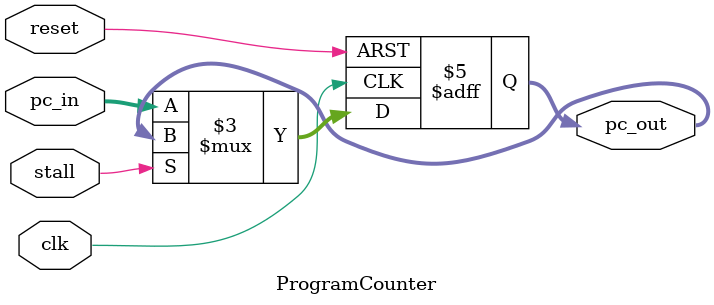
<source format=v>
module ProgramCounter (
    input clk, reset, stall,
    input [31:0] pc_in,
    output reg [31:0] pc_out
);

    always @(posedge clk or posedge reset) begin
        if (reset) begin
            pc_out <= 32'd0;
        end
        else if (stall);
        else 
            pc_out <= pc_in;
    end
endmodule


</source>
